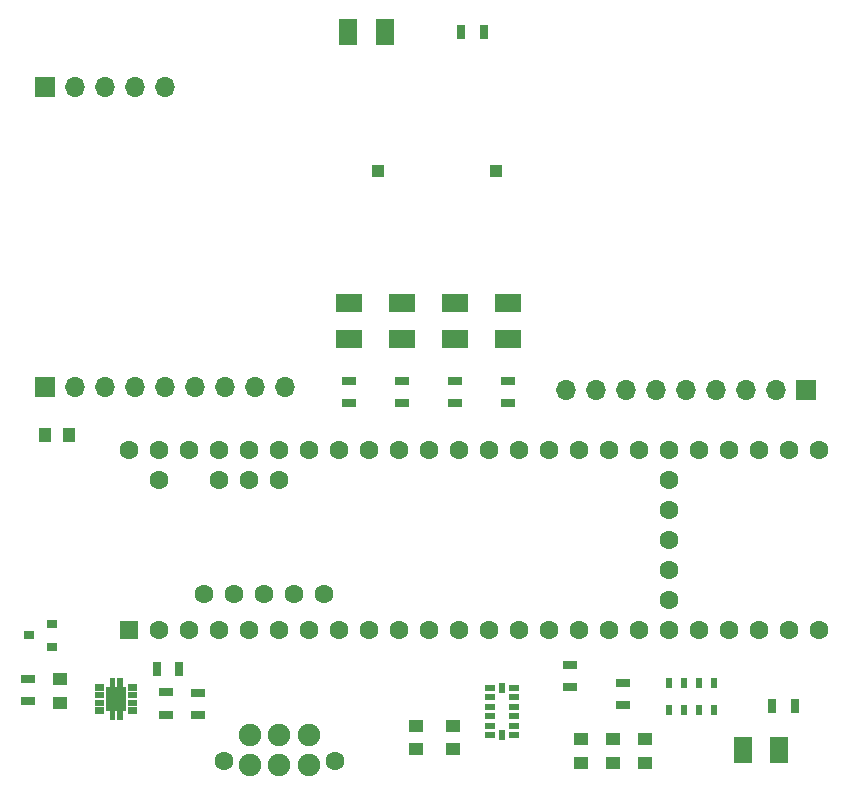
<source format=gbr>
%TF.GenerationSoftware,KiCad,Pcbnew,(5.1.7)-1*%
%TF.CreationDate,2021-04-25T20:49:28-04:00*%
%TF.ProjectId,rev2,72657632-2e6b-4696-9361-645f70636258,rev?*%
%TF.SameCoordinates,Original*%
%TF.FileFunction,Soldermask,Top*%
%TF.FilePolarity,Negative*%
%FSLAX46Y46*%
G04 Gerber Fmt 4.6, Leading zero omitted, Abs format (unit mm)*
G04 Created by KiCad (PCBNEW (5.1.7)-1) date 2021-04-25 20:49:28*
%MOMM*%
%LPD*%
G01*
G04 APERTURE LIST*
%ADD10C,0.010000*%
%ADD11C,1.900000*%
%ADD12C,1.600000*%
%ADD13R,1.500000X2.200000*%
%ADD14R,2.200000X1.500000*%
%ADD15R,1.108000X1.108000*%
%ADD16R,1.250000X1.000000*%
%ADD17R,1.300000X0.700000*%
%ADD18R,0.550000X0.950000*%
%ADD19R,1.600000X1.600000*%
%ADD20R,0.920000X0.610000*%
%ADD21R,0.610000X0.920000*%
%ADD22O,1.700000X1.700000*%
%ADD23R,1.700000X1.700000*%
%ADD24R,0.700000X1.300000*%
%ADD25R,1.000000X1.250000*%
%ADD26R,0.900000X0.800000*%
G04 APERTURE END LIST*
D10*
%TO.C,U7*%
G36*
X115097140Y-109400460D02*
G01*
X114787140Y-109400460D01*
X114787140Y-110225460D01*
X114417140Y-110225460D01*
X114417140Y-109400460D01*
X114137140Y-109400460D01*
X114137140Y-110225460D01*
X113767140Y-110225460D01*
X113767140Y-109400460D01*
X113457140Y-109400460D01*
X113457140Y-107510460D01*
X113767140Y-107510460D01*
X113767140Y-106685460D01*
X114137140Y-106685460D01*
X114137140Y-107510460D01*
X114417140Y-107510460D01*
X114417140Y-106685460D01*
X114787140Y-106685460D01*
X114787140Y-107510460D01*
X115097140Y-107510460D01*
X115097140Y-109400460D01*
G37*
X115097140Y-109400460D02*
X114787140Y-109400460D01*
X114787140Y-110225460D01*
X114417140Y-110225460D01*
X114417140Y-109400460D01*
X114137140Y-109400460D01*
X114137140Y-110225460D01*
X113767140Y-110225460D01*
X113767140Y-109400460D01*
X113457140Y-109400460D01*
X113457140Y-107510460D01*
X113767140Y-107510460D01*
X113767140Y-106685460D01*
X114137140Y-106685460D01*
X114137140Y-107510460D01*
X114417140Y-107510460D01*
X114417140Y-106685460D01*
X114787140Y-106685460D01*
X114787140Y-107510460D01*
X115097140Y-107510460D01*
X115097140Y-109400460D01*
G36*
X116047140Y-109655460D02*
G01*
X115307140Y-109655460D01*
X115307140Y-109205460D01*
X116047140Y-109205460D01*
X116047140Y-109655460D01*
G37*
X116047140Y-109655460D02*
X115307140Y-109655460D01*
X115307140Y-109205460D01*
X116047140Y-109205460D01*
X116047140Y-109655460D01*
G36*
X113247140Y-109655460D02*
G01*
X112507140Y-109655460D01*
X112507140Y-109205460D01*
X113247140Y-109205460D01*
X113247140Y-109655460D01*
G37*
X113247140Y-109655460D02*
X112507140Y-109655460D01*
X112507140Y-109205460D01*
X113247140Y-109205460D01*
X113247140Y-109655460D01*
G36*
X116047140Y-109005460D02*
G01*
X115307140Y-109005460D01*
X115307140Y-108555460D01*
X116047140Y-108555460D01*
X116047140Y-109005460D01*
G37*
X116047140Y-109005460D02*
X115307140Y-109005460D01*
X115307140Y-108555460D01*
X116047140Y-108555460D01*
X116047140Y-109005460D01*
G36*
X116047140Y-108355460D02*
G01*
X115307140Y-108355460D01*
X115307140Y-107905460D01*
X116047140Y-107905460D01*
X116047140Y-108355460D01*
G37*
X116047140Y-108355460D02*
X115307140Y-108355460D01*
X115307140Y-107905460D01*
X116047140Y-107905460D01*
X116047140Y-108355460D01*
G36*
X116047140Y-107705460D02*
G01*
X115307140Y-107705460D01*
X115307140Y-107255460D01*
X116047140Y-107255460D01*
X116047140Y-107705460D01*
G37*
X116047140Y-107705460D02*
X115307140Y-107705460D01*
X115307140Y-107255460D01*
X116047140Y-107255460D01*
X116047140Y-107705460D01*
G36*
X113247140Y-109005460D02*
G01*
X112507140Y-109005460D01*
X112507140Y-108555460D01*
X113247140Y-108555460D01*
X113247140Y-109005460D01*
G37*
X113247140Y-109005460D02*
X112507140Y-109005460D01*
X112507140Y-108555460D01*
X113247140Y-108555460D01*
X113247140Y-109005460D01*
G36*
X113247140Y-108355460D02*
G01*
X112507140Y-108355460D01*
X112507140Y-107905460D01*
X113247140Y-107905460D01*
X113247140Y-108355460D01*
G37*
X113247140Y-108355460D02*
X112507140Y-108355460D01*
X112507140Y-107905460D01*
X113247140Y-107905460D01*
X113247140Y-108355460D01*
G36*
X113247140Y-107705460D02*
G01*
X112507140Y-107705460D01*
X112507140Y-107255460D01*
X113247140Y-107255460D01*
X113247140Y-107705460D01*
G37*
X113247140Y-107705460D02*
X112507140Y-107705460D01*
X112507140Y-107255460D01*
X113247140Y-107255460D01*
X113247140Y-107705460D01*
%TD*%
D11*
%TO.C,J3*%
X125650000Y-114065000D03*
X128150000Y-114065000D03*
X130650000Y-114065000D03*
X125650000Y-111565000D03*
X128150000Y-111565000D03*
X130650000Y-111565000D03*
D12*
X123480000Y-113775000D03*
X132820000Y-113775000D03*
%TD*%
D13*
%TO.C,D2*%
X167360000Y-112776000D03*
X170460000Y-112776000D03*
%TD*%
%TO.C,D3*%
X133950000Y-52000000D03*
X137050000Y-52000000D03*
%TD*%
D14*
%TO.C,D4*%
X147500000Y-74950000D03*
X147500000Y-78050000D03*
%TD*%
%TO.C,D5*%
X143000000Y-74950000D03*
X143000000Y-78050000D03*
%TD*%
%TO.C,D6*%
X138500000Y-74950000D03*
X138500000Y-78050000D03*
%TD*%
%TO.C,D7*%
X134000000Y-74950000D03*
X134000000Y-78050000D03*
%TD*%
D15*
%TO.C,LS1*%
X136500000Y-63750000D03*
X146500000Y-63750000D03*
%TD*%
D16*
%TO.C,C7*%
X156382720Y-113877600D03*
X156382720Y-111877600D03*
%TD*%
%TO.C,C8*%
X153708100Y-111890300D03*
X153708100Y-113890300D03*
%TD*%
%TO.C,C9*%
X159064960Y-111867440D03*
X159064960Y-113867440D03*
%TD*%
D17*
%TO.C,R1*%
X152781000Y-107503000D03*
X152781000Y-105603000D03*
%TD*%
%TO.C,R2*%
X157226000Y-107127000D03*
X157226000Y-109027000D03*
%TD*%
D18*
%TO.C,U2*%
X161154900Y-109417900D03*
X162404900Y-109417900D03*
X163654900Y-109417900D03*
X164904900Y-109417900D03*
X164904900Y-107167900D03*
X163654900Y-107167900D03*
X162404900Y-107167900D03*
X161154900Y-107167900D03*
%TD*%
D12*
%TO.C,U3*%
X156083000Y-102616000D03*
X158623000Y-102616000D03*
X161163000Y-102616000D03*
X163703000Y-102616000D03*
X153543000Y-102616000D03*
X151003000Y-102616000D03*
X148463000Y-102616000D03*
X166243000Y-102616000D03*
X168783000Y-102616000D03*
X171323000Y-102616000D03*
X173863000Y-102616000D03*
X161163000Y-100076000D03*
X161163000Y-97536000D03*
X161163000Y-94996000D03*
X161163000Y-92456000D03*
X161163000Y-89916000D03*
X173863000Y-87376000D03*
X171323000Y-87376000D03*
X168783000Y-87376000D03*
X166243000Y-87376000D03*
X163703000Y-87376000D03*
X161163000Y-87376000D03*
X158623000Y-87376000D03*
X156083000Y-87376000D03*
X145923000Y-102616000D03*
X143383000Y-102616000D03*
X140843000Y-102616000D03*
X138303000Y-102616000D03*
X135763000Y-102616000D03*
X133223000Y-102616000D03*
X130683000Y-102616000D03*
X128143000Y-102616000D03*
X125603000Y-102616000D03*
X123063000Y-102616000D03*
X120523000Y-102616000D03*
X117983000Y-102616000D03*
D19*
X115443000Y-102616000D03*
D12*
X153543000Y-87376000D03*
X151003000Y-87376000D03*
X148463000Y-87376000D03*
X145923000Y-87376000D03*
X143383000Y-87376000D03*
X140843000Y-87376000D03*
X138303000Y-87376000D03*
X135763000Y-87376000D03*
X133223000Y-87376000D03*
X130683000Y-87376000D03*
X128143000Y-87376000D03*
X125603000Y-87376000D03*
X123063000Y-87376000D03*
X120523000Y-87376000D03*
X117983000Y-87376000D03*
X115443000Y-87376000D03*
X117983000Y-89916000D03*
X123063000Y-89916000D03*
X125603000Y-89916000D03*
X128143000Y-89916000D03*
X121793000Y-99616000D03*
X124333000Y-99616000D03*
X126873000Y-99616000D03*
X129413000Y-99616000D03*
X131953000Y-99616000D03*
%TD*%
D16*
%TO.C,C10*%
X139700000Y-112760000D03*
X139700000Y-110760000D03*
%TD*%
%TO.C,C11*%
X142875000Y-110760000D03*
X142875000Y-112760000D03*
%TD*%
D20*
%TO.C,U5*%
X145992500Y-107537500D03*
X145992500Y-108337500D03*
X145992500Y-109137500D03*
X145992500Y-109937500D03*
X145992500Y-110737500D03*
X145992500Y-111537500D03*
D21*
X147002500Y-111547500D03*
D20*
X148012500Y-111537500D03*
X148012500Y-110737500D03*
X148012500Y-109937500D03*
X148012500Y-109137500D03*
X148012500Y-108337500D03*
X148012500Y-107537500D03*
D21*
X147002500Y-107527500D03*
%TD*%
D22*
%TO.C,J2*%
X118491000Y-82042000D03*
X115951000Y-82042000D03*
X113411000Y-82042000D03*
X110871000Y-82042000D03*
D23*
X108331000Y-82042000D03*
D22*
X121031000Y-82042000D03*
X123571000Y-82042000D03*
X126111000Y-82042000D03*
X128651000Y-82042000D03*
D23*
X108331000Y-56642000D03*
D22*
X110871000Y-56642000D03*
X113411000Y-56642000D03*
X115951000Y-56642000D03*
X118491000Y-56642000D03*
%TD*%
%TO.C,J1*%
X152400000Y-82296000D03*
X154940000Y-82296000D03*
X157480000Y-82296000D03*
X160020000Y-82296000D03*
X162560000Y-82296000D03*
X165100000Y-82296000D03*
X167640000Y-82296000D03*
X170180000Y-82296000D03*
D23*
X172720000Y-82296000D03*
%TD*%
D17*
%TO.C,R5*%
X121236740Y-109862660D03*
X121236740Y-107962660D03*
%TD*%
D16*
%TO.C,C14*%
X109590840Y-108802680D03*
X109590840Y-106802680D03*
%TD*%
D17*
%TO.C,R6*%
X118544340Y-107911860D03*
X118544340Y-109811860D03*
%TD*%
D24*
%TO.C,R7*%
X119654360Y-105912920D03*
X117754360Y-105912920D03*
%TD*%
D25*
%TO.C,C1*%
X108321600Y-86106000D03*
X110321600Y-86106000D03*
%TD*%
D26*
%TO.C,D1*%
X106934760Y-103108760D03*
X108934760Y-102158760D03*
X108934760Y-104058760D03*
%TD*%
D17*
%TO.C,R3*%
X106852720Y-106796800D03*
X106852720Y-108696800D03*
%TD*%
D24*
%TO.C,R4*%
X169865000Y-109093000D03*
X171765000Y-109093000D03*
%TD*%
%TO.C,R8*%
X143550000Y-52000000D03*
X145450000Y-52000000D03*
%TD*%
D17*
%TO.C,R9*%
X147500000Y-83450000D03*
X147500000Y-81550000D03*
%TD*%
%TO.C,R10*%
X143000000Y-81550000D03*
X143000000Y-83450000D03*
%TD*%
%TO.C,R11*%
X138500000Y-83450000D03*
X138500000Y-81550000D03*
%TD*%
%TO.C,R12*%
X134000000Y-81550000D03*
X134000000Y-83450000D03*
%TD*%
M02*

</source>
